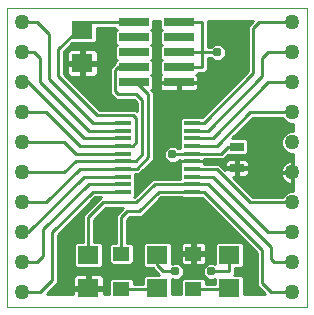
<source format=gtl>
G75*
G70*
%OFA0B0*%
%FSLAX24Y24*%
%IPPOS*%
%LPD*%
%AMOC8*
5,1,8,0,0,1.08239X$1,22.5*
%
%ADD10C,0.0000*%
%ADD11R,0.0531X0.0157*%
%ADD12C,0.0500*%
%ADD13R,0.0709X0.0630*%
%ADD14R,0.0984X0.0295*%
%ADD15R,0.0551X0.0472*%
%ADD16R,0.0472X0.0315*%
%ADD17C,0.0100*%
%ADD18C,0.0310*%
D10*
X000150Y000150D02*
X000150Y010146D01*
X010120Y010146D01*
X010120Y000150D01*
X000150Y000150D01*
D11*
X003998Y003998D03*
X003998Y004254D03*
X003998Y004510D03*
X003998Y004766D03*
X003998Y005022D03*
X003998Y005278D03*
X003998Y005534D03*
X003998Y005790D03*
X003998Y006046D03*
X003998Y006302D03*
X006302Y006302D03*
X006302Y006046D03*
X006302Y005790D03*
X006302Y005534D03*
X006302Y005278D03*
X006302Y005022D03*
X006302Y004766D03*
X006302Y004510D03*
X006302Y004254D03*
X006302Y003998D03*
D12*
X009650Y003650D03*
X009650Y002650D03*
X009650Y001650D03*
X009650Y000650D03*
X009650Y004650D03*
X009650Y005650D03*
X009650Y006650D03*
X009650Y007650D03*
X009650Y008650D03*
X009650Y009650D03*
X000650Y009650D03*
X000650Y008650D03*
X000650Y007650D03*
X000650Y006650D03*
X000650Y005650D03*
X000650Y004650D03*
X000650Y003650D03*
X000650Y002650D03*
X000650Y001650D03*
X000650Y000650D03*
D13*
X002850Y000799D03*
X002850Y001901D03*
X005150Y001901D03*
X005150Y000799D03*
X007550Y000799D03*
X007550Y001901D03*
X002650Y008299D03*
X002650Y009401D03*
D14*
X004363Y009650D03*
X004363Y009150D03*
X004363Y008650D03*
X004363Y008150D03*
X004363Y007650D03*
X005863Y007650D03*
X005863Y008150D03*
X005863Y008650D03*
X005863Y009150D03*
X005863Y009650D03*
D15*
X006350Y001941D03*
X006350Y000759D03*
X003950Y000759D03*
X003950Y001941D03*
D16*
X007800Y004796D03*
X007800Y005504D03*
D17*
X007504Y005504D01*
X007278Y005278D01*
X006302Y005278D01*
X005678Y005278D01*
X005650Y005250D01*
X005845Y005458D02*
X005811Y005492D01*
X005707Y005535D01*
X005593Y005535D01*
X005489Y005492D01*
X005408Y005411D01*
X005365Y005307D01*
X005365Y005193D01*
X005408Y005089D01*
X005489Y005008D01*
X005593Y004965D01*
X005707Y004965D01*
X005811Y005008D01*
X005886Y005083D01*
X005886Y005022D01*
X005886Y004924D01*
X005896Y004885D01*
X005906Y004868D01*
X005906Y004434D01*
X004980Y004434D01*
X004375Y003830D01*
X004358Y003830D01*
X004394Y003866D01*
X004394Y004586D01*
X004541Y004586D01*
X004646Y004692D01*
X005030Y005075D01*
X005422Y005075D01*
X005373Y005174D02*
X005030Y005174D01*
X005030Y005272D02*
X005365Y005272D01*
X005391Y005371D02*
X005030Y005371D01*
X005030Y005469D02*
X005466Y005469D01*
X005834Y005469D02*
X005906Y005469D01*
X005906Y005458D02*
X005845Y005458D01*
X005906Y005458D02*
X005906Y006434D01*
X005982Y006510D01*
X006621Y006510D01*
X006638Y006493D01*
X008170Y008025D01*
X008170Y009525D01*
X008342Y009696D01*
X006830Y009696D01*
X006830Y008830D01*
X006927Y008830D01*
X006989Y008892D01*
X007093Y008935D01*
X007207Y008935D01*
X007311Y008892D01*
X007392Y008811D01*
X007435Y008707D01*
X007435Y008593D01*
X007392Y008489D01*
X007311Y008408D01*
X007207Y008365D01*
X007093Y008365D01*
X006989Y008408D01*
X006927Y008470D01*
X006830Y008470D01*
X006830Y008075D01*
X006725Y007970D01*
X006485Y007970D01*
X006485Y007949D01*
X006450Y007914D01*
X006475Y007890D01*
X006495Y007856D01*
X006505Y007817D01*
X006505Y007674D01*
X005886Y007674D01*
X005886Y007626D01*
X005886Y007352D01*
X006374Y007352D01*
X006413Y007363D01*
X006447Y007382D01*
X006475Y007410D01*
X006495Y007444D01*
X006505Y007483D01*
X006505Y007626D01*
X005886Y007626D01*
X005839Y007626D01*
X005839Y007352D01*
X005351Y007352D01*
X005313Y007363D01*
X005278Y007382D01*
X005250Y007410D01*
X005231Y007444D01*
X005220Y007483D01*
X005220Y007626D01*
X005839Y007626D01*
X005839Y007674D01*
X005220Y007674D01*
X005220Y007817D01*
X005231Y007856D01*
X005250Y007890D01*
X005275Y007914D01*
X005240Y007949D01*
X005240Y008351D01*
X005289Y008400D01*
X005240Y008449D01*
X005240Y008851D01*
X005289Y008900D01*
X005240Y008949D01*
X005240Y009351D01*
X005289Y009400D01*
X005240Y009449D01*
X005240Y009696D01*
X004985Y009696D01*
X004985Y009449D01*
X004936Y009400D01*
X004985Y009351D01*
X004985Y008949D01*
X004936Y008900D01*
X004985Y008851D01*
X004985Y008449D01*
X004936Y008400D01*
X004985Y008351D01*
X004985Y007949D01*
X004936Y007900D01*
X004985Y007851D01*
X004985Y007449D01*
X004945Y007409D01*
X005030Y007325D01*
X005030Y005075D01*
X004931Y004977D02*
X005566Y004977D01*
X005734Y004977D02*
X005886Y004977D01*
X005886Y005022D02*
X006302Y005022D01*
X006302Y005022D01*
X006717Y005022D01*
X006717Y004946D01*
X007208Y004946D01*
X007414Y004741D01*
X007414Y004767D01*
X007771Y004767D01*
X007771Y004824D01*
X007414Y004824D01*
X007414Y004973D01*
X007424Y005011D01*
X007444Y005045D01*
X007472Y005073D01*
X007506Y005093D01*
X007544Y005103D01*
X007771Y005103D01*
X007771Y004824D01*
X007829Y004824D01*
X008186Y004824D01*
X008186Y004973D01*
X008176Y005011D01*
X008156Y005045D01*
X008128Y005073D01*
X008094Y005093D01*
X008056Y005103D01*
X007829Y005103D01*
X007829Y004824D01*
X007829Y004767D01*
X008186Y004767D01*
X008186Y004618D01*
X008176Y004580D01*
X008156Y004546D01*
X008128Y004518D01*
X008094Y004498D01*
X008056Y004488D01*
X007829Y004488D01*
X007829Y004767D01*
X007771Y004767D01*
X007771Y004488D01*
X007666Y004488D01*
X008325Y003830D01*
X009313Y003830D01*
X009328Y003865D01*
X009435Y003972D01*
X009574Y004030D01*
X009670Y004030D01*
X009670Y004625D01*
X009625Y004625D01*
X009625Y004250D01*
X009611Y004250D01*
X009533Y004265D01*
X009461Y004296D01*
X009395Y004339D01*
X009339Y004395D01*
X009296Y004461D01*
X009265Y004533D01*
X009250Y004611D01*
X009250Y004625D01*
X009625Y004625D01*
X009625Y004675D01*
X009625Y005050D01*
X009611Y005050D01*
X009533Y005035D01*
X009461Y005004D01*
X009395Y004961D01*
X009339Y004905D01*
X009296Y004839D01*
X009265Y004767D01*
X009250Y004689D01*
X009250Y004675D01*
X009625Y004675D01*
X009670Y004675D01*
X009670Y005270D01*
X009574Y005270D01*
X009435Y005328D01*
X009328Y005435D01*
X009270Y005574D01*
X009270Y005726D01*
X009328Y005865D01*
X009435Y005972D01*
X009574Y006030D01*
X009670Y006030D01*
X009670Y006270D01*
X009574Y006270D01*
X009435Y006328D01*
X009328Y006435D01*
X009313Y006470D01*
X008325Y006470D01*
X007646Y005792D01*
X008090Y005792D01*
X008166Y005716D01*
X008166Y005293D01*
X008090Y005217D01*
X007510Y005217D01*
X007491Y005236D01*
X007458Y005203D01*
X007353Y005098D01*
X006717Y005098D01*
X006717Y005022D01*
X006302Y005022D01*
X006302Y005022D01*
X005886Y005022D01*
X005878Y005075D02*
X005886Y005075D01*
X005900Y004878D02*
X004833Y004878D01*
X004734Y004780D02*
X005906Y004780D01*
X005906Y004681D02*
X004636Y004681D01*
X004466Y004766D02*
X003998Y004766D01*
X002566Y004766D01*
X001450Y003650D01*
X000650Y003650D01*
X001350Y002750D02*
X001350Y001850D01*
X001150Y001650D01*
X000650Y001650D01*
X000650Y000650D02*
X001250Y000650D01*
X001650Y001050D01*
X001650Y002650D01*
X002998Y003998D01*
X003998Y003998D01*
X003998Y004254D02*
X002854Y004254D01*
X001350Y002750D01*
X001830Y002575D02*
X003073Y003818D01*
X003264Y003818D01*
X002775Y003330D01*
X002670Y003225D01*
X002670Y002346D01*
X002442Y002346D01*
X002366Y002270D01*
X002366Y001532D01*
X002442Y001456D01*
X003258Y001456D01*
X003334Y001532D01*
X003334Y002270D01*
X003258Y002346D01*
X003030Y002346D01*
X003030Y003075D01*
X003425Y003470D01*
X004015Y003470D01*
X003875Y003330D01*
X003770Y003225D01*
X003770Y002307D01*
X003621Y002307D01*
X003544Y002231D01*
X003544Y001650D01*
X003621Y001574D01*
X004279Y001574D01*
X004356Y001650D01*
X004356Y002231D01*
X004279Y002307D01*
X004130Y002307D01*
X004130Y003075D01*
X004225Y003170D01*
X004625Y003170D01*
X004730Y003275D01*
X005273Y003818D01*
X005953Y003818D01*
X005982Y003790D01*
X006621Y003790D01*
X006638Y003807D01*
X008470Y001975D01*
X008470Y000875D01*
X008745Y000600D01*
X008034Y000600D01*
X008034Y001168D01*
X007958Y001244D01*
X007698Y001244D01*
X007730Y001275D01*
X007730Y001456D01*
X007958Y001456D01*
X008034Y001532D01*
X008034Y002270D01*
X007958Y002346D01*
X007142Y002346D01*
X007066Y002270D01*
X007066Y001611D01*
X007007Y001635D01*
X006893Y001635D01*
X006789Y001592D01*
X006708Y001511D01*
X006665Y001407D01*
X006665Y001293D01*
X006708Y001189D01*
X006789Y001108D01*
X006893Y001065D01*
X007007Y001065D01*
X007066Y001089D01*
X007066Y000939D01*
X006756Y000939D01*
X006756Y001050D01*
X006679Y001126D01*
X006021Y001126D01*
X005944Y001050D01*
X005944Y000600D01*
X005634Y000600D01*
X005634Y001089D01*
X005693Y001065D01*
X005807Y001065D01*
X005911Y001108D01*
X005992Y001189D01*
X006035Y001293D01*
X006035Y001407D01*
X005992Y001511D01*
X005911Y001592D01*
X005807Y001635D01*
X005693Y001635D01*
X005634Y001611D01*
X005634Y002270D01*
X005558Y002346D01*
X004742Y002346D01*
X004666Y002270D01*
X004666Y001532D01*
X004742Y001456D01*
X004989Y001456D01*
X005170Y001275D01*
X005202Y001244D01*
X004742Y001244D01*
X004666Y001168D01*
X004666Y000939D01*
X004356Y000939D01*
X004356Y001050D01*
X004279Y001126D01*
X003621Y001126D01*
X003544Y001050D01*
X003544Y000600D01*
X003354Y000600D01*
X003354Y000749D01*
X002900Y000749D01*
X002900Y000849D01*
X002800Y000849D01*
X002800Y001264D01*
X002476Y001264D01*
X002438Y001254D01*
X002404Y001234D01*
X002376Y001206D01*
X002356Y001172D01*
X002346Y001134D01*
X002346Y000849D01*
X002800Y000849D01*
X002800Y000749D01*
X002346Y000749D01*
X002346Y000600D01*
X001455Y000600D01*
X001830Y000975D01*
X001830Y002575D01*
X001867Y002613D02*
X002670Y002613D01*
X002670Y002711D02*
X001966Y002711D01*
X002064Y002810D02*
X002670Y002810D01*
X002670Y002908D02*
X002163Y002908D01*
X002261Y003007D02*
X002670Y003007D01*
X002670Y003105D02*
X002360Y003105D01*
X002458Y003204D02*
X002670Y003204D01*
X002747Y003302D02*
X002557Y003302D01*
X002655Y003401D02*
X002846Y003401D01*
X002754Y003499D02*
X002944Y003499D01*
X002852Y003598D02*
X003043Y003598D01*
X002951Y003696D02*
X003141Y003696D01*
X003049Y003795D02*
X003240Y003795D01*
X003350Y003650D02*
X002850Y003150D01*
X002850Y001901D01*
X003287Y002317D02*
X003770Y002317D01*
X003770Y002416D02*
X003030Y002416D01*
X003030Y002514D02*
X003770Y002514D01*
X003770Y002613D02*
X003030Y002613D01*
X003030Y002711D02*
X003770Y002711D01*
X003770Y002810D02*
X003030Y002810D01*
X003030Y002908D02*
X003770Y002908D01*
X003770Y003007D02*
X003030Y003007D01*
X003060Y003105D02*
X003770Y003105D01*
X003770Y003204D02*
X003158Y003204D01*
X003257Y003302D02*
X003847Y003302D01*
X003946Y003401D02*
X003355Y003401D01*
X003350Y003650D02*
X004450Y003650D01*
X005054Y004254D01*
X006302Y004254D01*
X006846Y004254D01*
X008950Y002150D01*
X008950Y001750D01*
X009050Y001650D01*
X009650Y001650D01*
X009650Y002650D02*
X008850Y002650D01*
X006990Y004510D01*
X006302Y004510D01*
X006302Y004766D02*
X007134Y004766D01*
X008250Y003650D01*
X009650Y003650D01*
X009481Y003992D02*
X008163Y003992D01*
X008065Y004090D02*
X009670Y004090D01*
X009670Y004189D02*
X007966Y004189D01*
X007868Y004287D02*
X009481Y004287D01*
X009625Y004287D02*
X009670Y004287D01*
X009670Y004386D02*
X009625Y004386D01*
X009625Y004484D02*
X009670Y004484D01*
X009670Y004583D02*
X009625Y004583D01*
X009625Y004681D02*
X009670Y004681D01*
X009670Y004780D02*
X009625Y004780D01*
X009625Y004878D02*
X009670Y004878D01*
X009670Y004977D02*
X009625Y004977D01*
X009670Y005075D02*
X008125Y005075D01*
X008185Y004977D02*
X009419Y004977D01*
X009321Y004878D02*
X008186Y004878D01*
X008186Y004681D02*
X009250Y004681D01*
X009256Y004583D02*
X008177Y004583D01*
X007829Y004583D02*
X007771Y004583D01*
X007771Y004681D02*
X007829Y004681D01*
X007829Y004780D02*
X009271Y004780D01*
X009286Y004484D02*
X007671Y004484D01*
X007769Y004386D02*
X009349Y004386D01*
X009356Y003893D02*
X008262Y003893D01*
X007771Y004780D02*
X007375Y004780D01*
X007414Y004878D02*
X007277Y004878D01*
X007415Y004977D02*
X006717Y004977D01*
X006717Y005075D02*
X007475Y005075D01*
X007428Y005174D02*
X009670Y005174D01*
X009570Y005272D02*
X008145Y005272D01*
X008166Y005371D02*
X009392Y005371D01*
X009314Y005469D02*
X008166Y005469D01*
X008166Y005568D02*
X009273Y005568D01*
X009270Y005666D02*
X008166Y005666D01*
X008117Y005765D02*
X009286Y005765D01*
X009327Y005863D02*
X007718Y005863D01*
X007816Y005962D02*
X009424Y005962D01*
X009670Y006060D02*
X007915Y006060D01*
X008013Y006159D02*
X009670Y006159D01*
X009670Y006257D02*
X008112Y006257D01*
X008210Y006356D02*
X009407Y006356D01*
X009320Y006454D02*
X008309Y006454D01*
X008250Y006650D02*
X009650Y006650D01*
X009650Y007650D02*
X008850Y007650D01*
X006990Y005790D01*
X006302Y005790D01*
X006302Y006046D02*
X006846Y006046D01*
X008650Y007850D01*
X008650Y008450D01*
X008850Y008650D01*
X009650Y008650D01*
X009650Y009650D02*
X008550Y009650D01*
X008350Y009450D01*
X008350Y007950D01*
X006702Y006302D01*
X006302Y006302D01*
X005906Y006257D02*
X005030Y006257D01*
X005030Y006159D02*
X005906Y006159D01*
X005906Y006060D02*
X005030Y006060D01*
X005030Y005962D02*
X005906Y005962D01*
X005906Y005863D02*
X005030Y005863D01*
X005030Y005765D02*
X005906Y005765D01*
X005906Y005666D02*
X005030Y005666D01*
X005030Y005568D02*
X005906Y005568D01*
X006302Y005534D02*
X007134Y005534D01*
X008250Y006650D01*
X007584Y007439D02*
X006491Y007439D01*
X006505Y007538D02*
X007683Y007538D01*
X007781Y007636D02*
X005886Y007636D01*
X005839Y007636D02*
X004985Y007636D01*
X004985Y007538D02*
X005220Y007538D01*
X005234Y007439D02*
X004975Y007439D01*
X005014Y007341D02*
X007486Y007341D01*
X007387Y007242D02*
X005030Y007242D01*
X005030Y007144D02*
X007289Y007144D01*
X007190Y007045D02*
X005030Y007045D01*
X005030Y006947D02*
X007092Y006947D01*
X006993Y006848D02*
X005030Y006848D01*
X005030Y006750D02*
X006895Y006750D01*
X006796Y006651D02*
X005030Y006651D01*
X005030Y006553D02*
X006698Y006553D01*
X005926Y006454D02*
X005030Y006454D01*
X005030Y006356D02*
X005906Y006356D01*
X005886Y007439D02*
X005839Y007439D01*
X005839Y007538D02*
X005886Y007538D01*
X006468Y007932D02*
X008077Y007932D01*
X008170Y008030D02*
X006785Y008030D01*
X006830Y008129D02*
X008170Y008129D01*
X008170Y008227D02*
X006830Y008227D01*
X006830Y008326D02*
X008170Y008326D01*
X008170Y008424D02*
X007327Y008424D01*
X007406Y008523D02*
X008170Y008523D01*
X008170Y008621D02*
X007435Y008621D01*
X007430Y008720D02*
X008170Y008720D01*
X008170Y008818D02*
X007385Y008818D01*
X007251Y008917D02*
X008170Y008917D01*
X008170Y009015D02*
X006830Y009015D01*
X006830Y008917D02*
X007049Y008917D01*
X007150Y008650D02*
X006650Y008650D01*
X005863Y008650D01*
X005863Y008150D02*
X006650Y008150D01*
X006650Y008650D01*
X006650Y009650D01*
X005863Y009650D01*
X005280Y009409D02*
X004945Y009409D01*
X004985Y009311D02*
X005240Y009311D01*
X005240Y009212D02*
X004985Y009212D01*
X004985Y009114D02*
X005240Y009114D01*
X005240Y009015D02*
X004985Y009015D01*
X004953Y008917D02*
X005272Y008917D01*
X005240Y008818D02*
X004985Y008818D01*
X004985Y008720D02*
X005240Y008720D01*
X005240Y008621D02*
X004985Y008621D01*
X004985Y008523D02*
X005240Y008523D01*
X005265Y008424D02*
X004960Y008424D01*
X004985Y008326D02*
X005240Y008326D01*
X005240Y008227D02*
X004985Y008227D01*
X004985Y008129D02*
X005240Y008129D01*
X005240Y008030D02*
X004985Y008030D01*
X004968Y007932D02*
X005257Y007932D01*
X005225Y007833D02*
X004985Y007833D01*
X004985Y007735D02*
X005220Y007735D01*
X004850Y007250D02*
X004850Y005150D01*
X004466Y004766D01*
X004394Y004583D02*
X005906Y004583D01*
X005906Y004484D02*
X004394Y004484D01*
X004394Y004386D02*
X004931Y004386D01*
X004832Y004287D02*
X004394Y004287D01*
X004394Y004189D02*
X004734Y004189D01*
X004635Y004090D02*
X004394Y004090D01*
X004394Y003992D02*
X004537Y003992D01*
X004438Y003893D02*
X004394Y003893D01*
X004550Y003350D02*
X004150Y003350D01*
X003950Y003150D01*
X003950Y001941D01*
X004356Y001923D02*
X004666Y001923D01*
X004666Y001825D02*
X004356Y001825D01*
X004356Y001726D02*
X004666Y001726D01*
X004666Y001628D02*
X004333Y001628D01*
X004669Y001529D02*
X003331Y001529D01*
X003334Y001628D02*
X003567Y001628D01*
X003544Y001726D02*
X003334Y001726D01*
X003334Y001825D02*
X003544Y001825D01*
X003544Y001923D02*
X003334Y001923D01*
X003334Y002022D02*
X003544Y002022D01*
X003544Y002120D02*
X003334Y002120D01*
X003334Y002219D02*
X003544Y002219D01*
X004130Y002317D02*
X004713Y002317D01*
X004666Y002219D02*
X004356Y002219D01*
X004356Y002120D02*
X004666Y002120D01*
X004666Y002022D02*
X004356Y002022D01*
X004130Y002416D02*
X008030Y002416D01*
X007987Y002317D02*
X008128Y002317D01*
X008034Y002219D02*
X008227Y002219D01*
X008325Y002120D02*
X008034Y002120D01*
X008034Y002022D02*
X008424Y002022D01*
X008470Y001923D02*
X008034Y001923D01*
X008034Y001825D02*
X008470Y001825D01*
X008470Y001726D02*
X008034Y001726D01*
X008034Y001628D02*
X008470Y001628D01*
X008470Y001529D02*
X008031Y001529D01*
X007730Y001431D02*
X008470Y001431D01*
X008470Y001332D02*
X007730Y001332D01*
X007550Y001350D02*
X006950Y001350D01*
X006762Y001135D02*
X005938Y001135D01*
X005944Y001037D02*
X005634Y001037D01*
X005634Y000938D02*
X005944Y000938D01*
X005944Y000840D02*
X005634Y000840D01*
X005634Y000741D02*
X005944Y000741D01*
X005944Y000643D02*
X005634Y000643D01*
X005150Y000759D02*
X005150Y000799D01*
X005150Y000759D02*
X003950Y000759D01*
X003544Y000741D02*
X003354Y000741D01*
X003354Y000643D02*
X003544Y000643D01*
X003544Y000840D02*
X002900Y000840D01*
X002900Y000849D02*
X003354Y000849D01*
X003354Y001134D01*
X003344Y001172D01*
X003324Y001206D01*
X003296Y001234D01*
X003262Y001254D01*
X003224Y001264D01*
X002900Y001264D01*
X002900Y000849D01*
X002900Y000938D02*
X002800Y000938D01*
X002800Y000840D02*
X001694Y000840D01*
X001793Y000938D02*
X002346Y000938D01*
X002346Y001037D02*
X001830Y001037D01*
X001830Y001135D02*
X002346Y001135D01*
X002403Y001234D02*
X001830Y001234D01*
X001830Y001332D02*
X005113Y001332D01*
X005015Y001431D02*
X001830Y001431D01*
X001830Y001529D02*
X002369Y001529D01*
X002366Y001628D02*
X001830Y001628D01*
X001830Y001726D02*
X002366Y001726D01*
X002366Y001825D02*
X001830Y001825D01*
X001830Y001923D02*
X002366Y001923D01*
X002366Y002022D02*
X001830Y002022D01*
X001830Y002120D02*
X002366Y002120D01*
X002366Y002219D02*
X001830Y002219D01*
X001830Y002317D02*
X002413Y002317D01*
X002670Y002416D02*
X001830Y002416D01*
X001830Y002514D02*
X002670Y002514D01*
X002800Y001234D02*
X002900Y001234D01*
X002900Y001135D02*
X002800Y001135D01*
X002800Y001037D02*
X002900Y001037D01*
X003297Y001234D02*
X004732Y001234D01*
X004666Y001135D02*
X003354Y001135D01*
X003354Y001037D02*
X003544Y001037D01*
X003544Y000938D02*
X003354Y000938D01*
X004356Y001037D02*
X004666Y001037D01*
X005150Y001550D02*
X005350Y001350D01*
X005750Y001350D01*
X005982Y001584D02*
X005954Y001612D01*
X005935Y001646D01*
X005924Y001685D01*
X005924Y001891D01*
X006300Y001891D01*
X006300Y001991D01*
X006300Y002327D01*
X006055Y002327D01*
X006017Y002317D01*
X005982Y002297D01*
X005954Y002269D01*
X005935Y002235D01*
X005924Y002197D01*
X005924Y001991D01*
X006300Y001991D01*
X006400Y001991D01*
X006400Y002327D01*
X006645Y002327D01*
X006683Y002317D01*
X006718Y002297D01*
X006746Y002269D01*
X006765Y002235D01*
X006776Y002197D01*
X006776Y001991D01*
X006400Y001991D01*
X006400Y001891D01*
X006776Y001891D01*
X006776Y001685D01*
X006765Y001646D01*
X006746Y001612D01*
X006718Y001584D01*
X006683Y001565D01*
X006645Y001554D01*
X006400Y001554D01*
X006400Y001891D01*
X006300Y001891D01*
X006300Y001554D01*
X006055Y001554D01*
X006017Y001565D01*
X005982Y001584D01*
X005974Y001529D02*
X006726Y001529D01*
X006754Y001628D02*
X006875Y001628D01*
X006776Y001726D02*
X007066Y001726D01*
X007066Y001628D02*
X007025Y001628D01*
X007066Y001825D02*
X006776Y001825D01*
X006776Y002022D02*
X007066Y002022D01*
X007066Y002120D02*
X006776Y002120D01*
X006770Y002219D02*
X007066Y002219D01*
X007113Y002317D02*
X006682Y002317D01*
X006400Y002317D02*
X006300Y002317D01*
X006300Y002219D02*
X006400Y002219D01*
X006400Y002120D02*
X006300Y002120D01*
X006300Y002022D02*
X006400Y002022D01*
X006400Y001923D02*
X007066Y001923D01*
X006675Y001431D02*
X006025Y001431D01*
X006035Y001332D02*
X006665Y001332D01*
X006690Y001234D02*
X006010Y001234D01*
X005946Y001628D02*
X005825Y001628D01*
X005924Y001726D02*
X005634Y001726D01*
X005634Y001628D02*
X005675Y001628D01*
X005634Y001825D02*
X005924Y001825D01*
X005924Y002022D02*
X005634Y002022D01*
X005634Y002120D02*
X005924Y002120D01*
X005930Y002219D02*
X005634Y002219D01*
X005587Y002317D02*
X006018Y002317D01*
X006300Y001923D02*
X005634Y001923D01*
X005150Y001901D02*
X005150Y001550D01*
X004130Y002514D02*
X007931Y002514D01*
X007833Y002613D02*
X004130Y002613D01*
X004130Y002711D02*
X007734Y002711D01*
X007636Y002810D02*
X004130Y002810D01*
X004130Y002908D02*
X007537Y002908D01*
X007439Y003007D02*
X004130Y003007D01*
X004160Y003105D02*
X007340Y003105D01*
X007242Y003204D02*
X004658Y003204D01*
X004757Y003302D02*
X007143Y003302D01*
X007045Y003401D02*
X004855Y003401D01*
X004954Y003499D02*
X006946Y003499D01*
X006848Y003598D02*
X005052Y003598D01*
X005151Y003696D02*
X006749Y003696D01*
X006651Y003795D02*
X006626Y003795D01*
X006702Y003998D02*
X008650Y002050D01*
X008650Y000950D01*
X008950Y000650D01*
X009650Y000650D01*
X008703Y000643D02*
X008034Y000643D01*
X008034Y000741D02*
X008604Y000741D01*
X008506Y000840D02*
X008034Y000840D01*
X008034Y000938D02*
X008470Y000938D01*
X008470Y001037D02*
X008034Y001037D01*
X008034Y001135D02*
X008470Y001135D01*
X008470Y001234D02*
X007968Y001234D01*
X007550Y001350D02*
X007550Y001901D01*
X007066Y001037D02*
X006756Y001037D01*
X006350Y000759D02*
X007750Y000759D01*
X007550Y000799D01*
X006400Y001628D02*
X006300Y001628D01*
X006300Y001726D02*
X006400Y001726D01*
X006400Y001825D02*
X006300Y001825D01*
X004550Y003350D02*
X005198Y003998D01*
X006302Y003998D01*
X006702Y003998D01*
X005977Y003795D02*
X005249Y003795D01*
X004422Y005022D02*
X003998Y005022D01*
X002422Y005022D01*
X002050Y004650D01*
X000650Y004650D01*
X000650Y005650D02*
X002050Y005650D01*
X002422Y005278D01*
X003998Y005278D01*
X003998Y005534D02*
X004334Y005534D01*
X004450Y005650D01*
X004450Y006450D01*
X004350Y006550D01*
X003150Y006550D01*
X001850Y007850D01*
X001850Y008750D01*
X002501Y009401D01*
X002650Y009401D01*
X002899Y009650D01*
X004363Y009650D01*
X004985Y009606D02*
X005240Y009606D01*
X005240Y009508D02*
X004985Y009508D01*
X003789Y009400D02*
X003740Y009351D01*
X003740Y008949D01*
X003789Y008900D01*
X003740Y008851D01*
X003740Y008449D01*
X003789Y008400D01*
X003740Y008351D01*
X003740Y008295D01*
X003675Y008230D01*
X003570Y008125D01*
X003570Y007275D01*
X003670Y007175D01*
X003775Y007070D01*
X004375Y007070D01*
X004470Y006975D01*
X004470Y006685D01*
X004425Y006730D01*
X003225Y006730D01*
X002030Y007925D01*
X002030Y008675D01*
X002311Y008956D01*
X003058Y008956D01*
X003134Y009032D01*
X003134Y009470D01*
X003740Y009470D01*
X003740Y009449D01*
X003789Y009400D01*
X003780Y009409D02*
X003134Y009409D01*
X003134Y009311D02*
X003740Y009311D01*
X003740Y009212D02*
X003134Y009212D01*
X003134Y009114D02*
X003740Y009114D01*
X003740Y009015D02*
X003117Y009015D01*
X003062Y008754D02*
X003024Y008764D01*
X002700Y008764D01*
X002700Y008349D01*
X002600Y008349D01*
X002600Y008764D01*
X002276Y008764D01*
X002238Y008754D01*
X002204Y008734D01*
X002176Y008706D01*
X002156Y008672D01*
X002146Y008634D01*
X002146Y008349D01*
X002600Y008349D01*
X002600Y008249D01*
X002146Y008249D01*
X002146Y007964D01*
X002156Y007926D01*
X002176Y007892D01*
X002204Y007864D01*
X002238Y007844D01*
X002276Y007834D01*
X002600Y007834D01*
X002600Y008249D01*
X002700Y008249D01*
X002700Y008349D01*
X003154Y008349D01*
X003154Y008634D01*
X003144Y008672D01*
X003124Y008706D01*
X003096Y008734D01*
X003062Y008754D01*
X003111Y008720D02*
X003740Y008720D01*
X003740Y008818D02*
X002173Y008818D01*
X002189Y008720D02*
X002074Y008720D01*
X002030Y008621D02*
X002146Y008621D01*
X002146Y008523D02*
X002030Y008523D01*
X002030Y008424D02*
X002146Y008424D01*
X002030Y008326D02*
X002600Y008326D01*
X002600Y008424D02*
X002700Y008424D01*
X002700Y008326D02*
X003740Y008326D01*
X003765Y008424D02*
X003154Y008424D01*
X003154Y008523D02*
X003740Y008523D01*
X003740Y008621D02*
X003154Y008621D01*
X003154Y008249D02*
X003154Y007964D01*
X003144Y007926D01*
X003124Y007892D01*
X003096Y007864D01*
X003062Y007844D01*
X003024Y007834D01*
X002700Y007834D01*
X002700Y008249D01*
X003154Y008249D01*
X003154Y008227D02*
X003672Y008227D01*
X003574Y008129D02*
X003154Y008129D01*
X003154Y008030D02*
X003570Y008030D01*
X003570Y007932D02*
X003146Y007932D01*
X003570Y007833D02*
X002122Y007833D01*
X002154Y007932D02*
X002030Y007932D01*
X002030Y008030D02*
X002146Y008030D01*
X002146Y008129D02*
X002030Y008129D01*
X002030Y008227D02*
X002146Y008227D01*
X002600Y008227D02*
X002700Y008227D01*
X002700Y008129D02*
X002600Y008129D01*
X002600Y008030D02*
X002700Y008030D01*
X002700Y007932D02*
X002600Y007932D01*
X002319Y007636D02*
X003570Y007636D01*
X003570Y007538D02*
X002417Y007538D01*
X002516Y007439D02*
X003570Y007439D01*
X003570Y007341D02*
X002614Y007341D01*
X002713Y007242D02*
X003603Y007242D01*
X003702Y007144D02*
X002811Y007144D01*
X002910Y007045D02*
X004400Y007045D01*
X004470Y006947D02*
X003008Y006947D01*
X003107Y006848D02*
X004470Y006848D01*
X004470Y006750D02*
X003205Y006750D01*
X002998Y006302D02*
X001550Y007750D01*
X001550Y009250D01*
X001150Y009650D01*
X000650Y009650D01*
X000650Y008650D02*
X001050Y008650D01*
X001250Y008450D01*
X001250Y007650D01*
X002854Y006046D01*
X003998Y006046D01*
X003998Y005790D02*
X002710Y005790D01*
X000850Y007650D01*
X000650Y007650D01*
X000650Y006650D02*
X001450Y006650D01*
X002566Y005534D01*
X003998Y005534D01*
X004422Y005022D02*
X004650Y005250D01*
X004650Y007050D01*
X004450Y007250D01*
X003850Y007250D01*
X003750Y007350D01*
X003750Y008050D01*
X003850Y008150D01*
X004363Y008150D01*
X004363Y007650D02*
X004450Y007650D01*
X004850Y007250D01*
X003998Y006302D02*
X002998Y006302D01*
X003570Y007735D02*
X002220Y007735D01*
X002600Y008523D02*
X002700Y008523D01*
X002700Y008621D02*
X002600Y008621D01*
X002600Y008720D02*
X002700Y008720D01*
X002271Y008917D02*
X003772Y008917D01*
X006501Y007833D02*
X007978Y007833D01*
X007880Y007735D02*
X006505Y007735D01*
X006830Y008424D02*
X006973Y008424D01*
X006830Y009114D02*
X008170Y009114D01*
X008170Y009212D02*
X006830Y009212D01*
X006830Y009311D02*
X008170Y009311D01*
X008170Y009409D02*
X006830Y009409D01*
X006830Y009508D02*
X008170Y009508D01*
X008251Y009606D02*
X006830Y009606D01*
X007771Y005075D02*
X007829Y005075D01*
X007829Y004977D02*
X007771Y004977D01*
X007771Y004878D02*
X007829Y004878D01*
X003998Y004510D02*
X002710Y004510D01*
X000850Y002650D01*
X000650Y002650D01*
X001596Y000741D02*
X002346Y000741D01*
X002346Y000643D02*
X001497Y000643D01*
D18*
X005650Y004650D03*
X005650Y005250D03*
X006150Y003650D03*
X005750Y001350D03*
X006950Y001350D03*
X005200Y006900D03*
X004300Y006900D03*
X007150Y008650D03*
M02*

</source>
